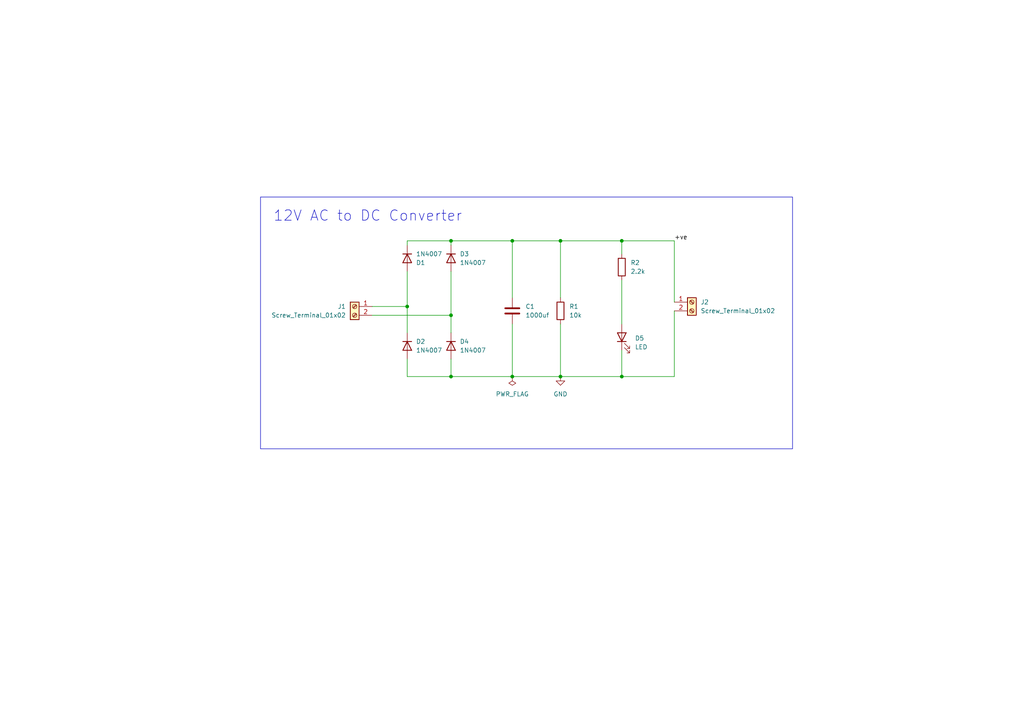
<source format=kicad_sch>
(kicad_sch
	(version 20231120)
	(generator "eeschema")
	(generator_version "8.0")
	(uuid "d4d3b2c8-2076-49e9-aa4f-76d3cec4104d")
	(paper "A4")
	(title_block
		(title "AC TO dc converter")
		(date "2026-02-01")
		(company "RCSSC")
	)
	(lib_symbols
		(symbol "Connector:Screw_Terminal_01x02"
			(pin_names
				(offset 1.016) hide)
			(exclude_from_sim no)
			(in_bom yes)
			(on_board yes)
			(property "Reference" "J"
				(at 0 2.54 0)
				(effects
					(font
						(size 1.27 1.27)
					)
				)
			)
			(property "Value" "Screw_Terminal_01x02"
				(at 0 -5.08 0)
				(effects
					(font
						(size 1.27 1.27)
					)
				)
			)
			(property "Footprint" ""
				(at 0 0 0)
				(effects
					(font
						(size 1.27 1.27)
					)
					(hide yes)
				)
			)
			(property "Datasheet" "~"
				(at 0 0 0)
				(effects
					(font
						(size 1.27 1.27)
					)
					(hide yes)
				)
			)
			(property "Description" "Generic screw terminal, single row, 01x02, script generated (kicad-library-utils/schlib/autogen/connector/)"
				(at 0 0 0)
				(effects
					(font
						(size 1.27 1.27)
					)
					(hide yes)
				)
			)
			(property "ki_keywords" "screw terminal"
				(at 0 0 0)
				(effects
					(font
						(size 1.27 1.27)
					)
					(hide yes)
				)
			)
			(property "ki_fp_filters" "TerminalBlock*:*"
				(at 0 0 0)
				(effects
					(font
						(size 1.27 1.27)
					)
					(hide yes)
				)
			)
			(symbol "Screw_Terminal_01x02_1_1"
				(rectangle
					(start -1.27 1.27)
					(end 1.27 -3.81)
					(stroke
						(width 0.254)
						(type default)
					)
					(fill
						(type background)
					)
				)
				(circle
					(center 0 -2.54)
					(radius 0.635)
					(stroke
						(width 0.1524)
						(type default)
					)
					(fill
						(type none)
					)
				)
				(polyline
					(pts
						(xy -0.5334 -2.2098) (xy 0.3302 -3.048)
					)
					(stroke
						(width 0.1524)
						(type default)
					)
					(fill
						(type none)
					)
				)
				(polyline
					(pts
						(xy -0.5334 0.3302) (xy 0.3302 -0.508)
					)
					(stroke
						(width 0.1524)
						(type default)
					)
					(fill
						(type none)
					)
				)
				(polyline
					(pts
						(xy -0.3556 -2.032) (xy 0.508 -2.8702)
					)
					(stroke
						(width 0.1524)
						(type default)
					)
					(fill
						(type none)
					)
				)
				(polyline
					(pts
						(xy -0.3556 0.508) (xy 0.508 -0.3302)
					)
					(stroke
						(width 0.1524)
						(type default)
					)
					(fill
						(type none)
					)
				)
				(circle
					(center 0 0)
					(radius 0.635)
					(stroke
						(width 0.1524)
						(type default)
					)
					(fill
						(type none)
					)
				)
				(pin passive line
					(at -5.08 0 0)
					(length 3.81)
					(name "Pin_1"
						(effects
							(font
								(size 1.27 1.27)
							)
						)
					)
					(number "1"
						(effects
							(font
								(size 1.27 1.27)
							)
						)
					)
				)
				(pin passive line
					(at -5.08 -2.54 0)
					(length 3.81)
					(name "Pin_2"
						(effects
							(font
								(size 1.27 1.27)
							)
						)
					)
					(number "2"
						(effects
							(font
								(size 1.27 1.27)
							)
						)
					)
				)
			)
		)
		(symbol "Device:C"
			(pin_numbers hide)
			(pin_names
				(offset 0.254)
			)
			(exclude_from_sim no)
			(in_bom yes)
			(on_board yes)
			(property "Reference" "C"
				(at 0.635 2.54 0)
				(effects
					(font
						(size 1.27 1.27)
					)
					(justify left)
				)
			)
			(property "Value" "C"
				(at 0.635 -2.54 0)
				(effects
					(font
						(size 1.27 1.27)
					)
					(justify left)
				)
			)
			(property "Footprint" ""
				(at 0.9652 -3.81 0)
				(effects
					(font
						(size 1.27 1.27)
					)
					(hide yes)
				)
			)
			(property "Datasheet" "~"
				(at 0 0 0)
				(effects
					(font
						(size 1.27 1.27)
					)
					(hide yes)
				)
			)
			(property "Description" "Unpolarized capacitor"
				(at 0 0 0)
				(effects
					(font
						(size 1.27 1.27)
					)
					(hide yes)
				)
			)
			(property "ki_keywords" "cap capacitor"
				(at 0 0 0)
				(effects
					(font
						(size 1.27 1.27)
					)
					(hide yes)
				)
			)
			(property "ki_fp_filters" "C_*"
				(at 0 0 0)
				(effects
					(font
						(size 1.27 1.27)
					)
					(hide yes)
				)
			)
			(symbol "C_0_1"
				(polyline
					(pts
						(xy -2.032 -0.762) (xy 2.032 -0.762)
					)
					(stroke
						(width 0.508)
						(type default)
					)
					(fill
						(type none)
					)
				)
				(polyline
					(pts
						(xy -2.032 0.762) (xy 2.032 0.762)
					)
					(stroke
						(width 0.508)
						(type default)
					)
					(fill
						(type none)
					)
				)
			)
			(symbol "C_1_1"
				(pin passive line
					(at 0 3.81 270)
					(length 2.794)
					(name "~"
						(effects
							(font
								(size 1.27 1.27)
							)
						)
					)
					(number "1"
						(effects
							(font
								(size 1.27 1.27)
							)
						)
					)
				)
				(pin passive line
					(at 0 -3.81 90)
					(length 2.794)
					(name "~"
						(effects
							(font
								(size 1.27 1.27)
							)
						)
					)
					(number "2"
						(effects
							(font
								(size 1.27 1.27)
							)
						)
					)
				)
			)
		)
		(symbol "Device:LED"
			(pin_numbers hide)
			(pin_names
				(offset 1.016) hide)
			(exclude_from_sim no)
			(in_bom yes)
			(on_board yes)
			(property "Reference" "D"
				(at 0 2.54 0)
				(effects
					(font
						(size 1.27 1.27)
					)
				)
			)
			(property "Value" "LED"
				(at 0 -2.54 0)
				(effects
					(font
						(size 1.27 1.27)
					)
				)
			)
			(property "Footprint" ""
				(at 0 0 0)
				(effects
					(font
						(size 1.27 1.27)
					)
					(hide yes)
				)
			)
			(property "Datasheet" "~"
				(at 0 0 0)
				(effects
					(font
						(size 1.27 1.27)
					)
					(hide yes)
				)
			)
			(property "Description" "Light emitting diode"
				(at 0 0 0)
				(effects
					(font
						(size 1.27 1.27)
					)
					(hide yes)
				)
			)
			(property "ki_keywords" "LED diode"
				(at 0 0 0)
				(effects
					(font
						(size 1.27 1.27)
					)
					(hide yes)
				)
			)
			(property "ki_fp_filters" "LED* LED_SMD:* LED_THT:*"
				(at 0 0 0)
				(effects
					(font
						(size 1.27 1.27)
					)
					(hide yes)
				)
			)
			(symbol "LED_0_1"
				(polyline
					(pts
						(xy -1.27 -1.27) (xy -1.27 1.27)
					)
					(stroke
						(width 0.254)
						(type default)
					)
					(fill
						(type none)
					)
				)
				(polyline
					(pts
						(xy -1.27 0) (xy 1.27 0)
					)
					(stroke
						(width 0)
						(type default)
					)
					(fill
						(type none)
					)
				)
				(polyline
					(pts
						(xy 1.27 -1.27) (xy 1.27 1.27) (xy -1.27 0) (xy 1.27 -1.27)
					)
					(stroke
						(width 0.254)
						(type default)
					)
					(fill
						(type none)
					)
				)
				(polyline
					(pts
						(xy -3.048 -0.762) (xy -4.572 -2.286) (xy -3.81 -2.286) (xy -4.572 -2.286) (xy -4.572 -1.524)
					)
					(stroke
						(width 0)
						(type default)
					)
					(fill
						(type none)
					)
				)
				(polyline
					(pts
						(xy -1.778 -0.762) (xy -3.302 -2.286) (xy -2.54 -2.286) (xy -3.302 -2.286) (xy -3.302 -1.524)
					)
					(stroke
						(width 0)
						(type default)
					)
					(fill
						(type none)
					)
				)
			)
			(symbol "LED_1_1"
				(pin passive line
					(at -3.81 0 0)
					(length 2.54)
					(name "K"
						(effects
							(font
								(size 1.27 1.27)
							)
						)
					)
					(number "1"
						(effects
							(font
								(size 1.27 1.27)
							)
						)
					)
				)
				(pin passive line
					(at 3.81 0 180)
					(length 2.54)
					(name "A"
						(effects
							(font
								(size 1.27 1.27)
							)
						)
					)
					(number "2"
						(effects
							(font
								(size 1.27 1.27)
							)
						)
					)
				)
			)
		)
		(symbol "Device:R"
			(pin_numbers hide)
			(pin_names
				(offset 0)
			)
			(exclude_from_sim no)
			(in_bom yes)
			(on_board yes)
			(property "Reference" "R"
				(at 2.032 0 90)
				(effects
					(font
						(size 1.27 1.27)
					)
				)
			)
			(property "Value" "R"
				(at 0 0 90)
				(effects
					(font
						(size 1.27 1.27)
					)
				)
			)
			(property "Footprint" ""
				(at -1.778 0 90)
				(effects
					(font
						(size 1.27 1.27)
					)
					(hide yes)
				)
			)
			(property "Datasheet" "~"
				(at 0 0 0)
				(effects
					(font
						(size 1.27 1.27)
					)
					(hide yes)
				)
			)
			(property "Description" "Resistor"
				(at 0 0 0)
				(effects
					(font
						(size 1.27 1.27)
					)
					(hide yes)
				)
			)
			(property "ki_keywords" "R res resistor"
				(at 0 0 0)
				(effects
					(font
						(size 1.27 1.27)
					)
					(hide yes)
				)
			)
			(property "ki_fp_filters" "R_*"
				(at 0 0 0)
				(effects
					(font
						(size 1.27 1.27)
					)
					(hide yes)
				)
			)
			(symbol "R_0_1"
				(rectangle
					(start -1.016 -2.54)
					(end 1.016 2.54)
					(stroke
						(width 0.254)
						(type default)
					)
					(fill
						(type none)
					)
				)
			)
			(symbol "R_1_1"
				(pin passive line
					(at 0 3.81 270)
					(length 1.27)
					(name "~"
						(effects
							(font
								(size 1.27 1.27)
							)
						)
					)
					(number "1"
						(effects
							(font
								(size 1.27 1.27)
							)
						)
					)
				)
				(pin passive line
					(at 0 -3.81 90)
					(length 1.27)
					(name "~"
						(effects
							(font
								(size 1.27 1.27)
							)
						)
					)
					(number "2"
						(effects
							(font
								(size 1.27 1.27)
							)
						)
					)
				)
			)
		)
		(symbol "Diode:1N4007"
			(pin_numbers hide)
			(pin_names hide)
			(exclude_from_sim no)
			(in_bom yes)
			(on_board yes)
			(property "Reference" "D"
				(at 0 2.54 0)
				(effects
					(font
						(size 1.27 1.27)
					)
				)
			)
			(property "Value" "1N4007"
				(at 0 -2.54 0)
				(effects
					(font
						(size 1.27 1.27)
					)
				)
			)
			(property "Footprint" "Diode_THT:D_DO-41_SOD81_P10.16mm_Horizontal"
				(at 0 -4.445 0)
				(effects
					(font
						(size 1.27 1.27)
					)
					(hide yes)
				)
			)
			(property "Datasheet" "http://www.vishay.com/docs/88503/1n4001.pdf"
				(at 0 0 0)
				(effects
					(font
						(size 1.27 1.27)
					)
					(hide yes)
				)
			)
			(property "Description" "1000V 1A General Purpose Rectifier Diode, DO-41"
				(at 0 0 0)
				(effects
					(font
						(size 1.27 1.27)
					)
					(hide yes)
				)
			)
			(property "Sim.Device" "D"
				(at 0 0 0)
				(effects
					(font
						(size 1.27 1.27)
					)
					(hide yes)
				)
			)
			(property "Sim.Pins" "1=K 2=A"
				(at 0 0 0)
				(effects
					(font
						(size 1.27 1.27)
					)
					(hide yes)
				)
			)
			(property "ki_keywords" "diode"
				(at 0 0 0)
				(effects
					(font
						(size 1.27 1.27)
					)
					(hide yes)
				)
			)
			(property "ki_fp_filters" "D*DO?41*"
				(at 0 0 0)
				(effects
					(font
						(size 1.27 1.27)
					)
					(hide yes)
				)
			)
			(symbol "1N4007_0_1"
				(polyline
					(pts
						(xy -1.27 1.27) (xy -1.27 -1.27)
					)
					(stroke
						(width 0.254)
						(type default)
					)
					(fill
						(type none)
					)
				)
				(polyline
					(pts
						(xy 1.27 0) (xy -1.27 0)
					)
					(stroke
						(width 0)
						(type default)
					)
					(fill
						(type none)
					)
				)
				(polyline
					(pts
						(xy 1.27 1.27) (xy 1.27 -1.27) (xy -1.27 0) (xy 1.27 1.27)
					)
					(stroke
						(width 0.254)
						(type default)
					)
					(fill
						(type none)
					)
				)
			)
			(symbol "1N4007_1_1"
				(pin passive line
					(at -3.81 0 0)
					(length 2.54)
					(name "K"
						(effects
							(font
								(size 1.27 1.27)
							)
						)
					)
					(number "1"
						(effects
							(font
								(size 1.27 1.27)
							)
						)
					)
				)
				(pin passive line
					(at 3.81 0 180)
					(length 2.54)
					(name "A"
						(effects
							(font
								(size 1.27 1.27)
							)
						)
					)
					(number "2"
						(effects
							(font
								(size 1.27 1.27)
							)
						)
					)
				)
			)
		)
		(symbol "power:GND"
			(power)
			(pin_numbers hide)
			(pin_names
				(offset 0) hide)
			(exclude_from_sim no)
			(in_bom yes)
			(on_board yes)
			(property "Reference" "#PWR"
				(at 0 -6.35 0)
				(effects
					(font
						(size 1.27 1.27)
					)
					(hide yes)
				)
			)
			(property "Value" "GND"
				(at 0 -3.81 0)
				(effects
					(font
						(size 1.27 1.27)
					)
				)
			)
			(property "Footprint" ""
				(at 0 0 0)
				(effects
					(font
						(size 1.27 1.27)
					)
					(hide yes)
				)
			)
			(property "Datasheet" ""
				(at 0 0 0)
				(effects
					(font
						(size 1.27 1.27)
					)
					(hide yes)
				)
			)
			(property "Description" "Power symbol creates a global label with name \"GND\" , ground"
				(at 0 0 0)
				(effects
					(font
						(size 1.27 1.27)
					)
					(hide yes)
				)
			)
			(property "ki_keywords" "global power"
				(at 0 0 0)
				(effects
					(font
						(size 1.27 1.27)
					)
					(hide yes)
				)
			)
			(symbol "GND_0_1"
				(polyline
					(pts
						(xy 0 0) (xy 0 -1.27) (xy 1.27 -1.27) (xy 0 -2.54) (xy -1.27 -1.27) (xy 0 -1.27)
					)
					(stroke
						(width 0)
						(type default)
					)
					(fill
						(type none)
					)
				)
			)
			(symbol "GND_1_1"
				(pin power_in line
					(at 0 0 270)
					(length 0)
					(name "~"
						(effects
							(font
								(size 1.27 1.27)
							)
						)
					)
					(number "1"
						(effects
							(font
								(size 1.27 1.27)
							)
						)
					)
				)
			)
		)
		(symbol "power:PWR_FLAG"
			(power)
			(pin_numbers hide)
			(pin_names
				(offset 0) hide)
			(exclude_from_sim no)
			(in_bom yes)
			(on_board yes)
			(property "Reference" "#FLG"
				(at 0 1.905 0)
				(effects
					(font
						(size 1.27 1.27)
					)
					(hide yes)
				)
			)
			(property "Value" "PWR_FLAG"
				(at 0 3.81 0)
				(effects
					(font
						(size 1.27 1.27)
					)
				)
			)
			(property "Footprint" ""
				(at 0 0 0)
				(effects
					(font
						(size 1.27 1.27)
					)
					(hide yes)
				)
			)
			(property "Datasheet" "~"
				(at 0 0 0)
				(effects
					(font
						(size 1.27 1.27)
					)
					(hide yes)
				)
			)
			(property "Description" "Special symbol for telling ERC where power comes from"
				(at 0 0 0)
				(effects
					(font
						(size 1.27 1.27)
					)
					(hide yes)
				)
			)
			(property "ki_keywords" "flag power"
				(at 0 0 0)
				(effects
					(font
						(size 1.27 1.27)
					)
					(hide yes)
				)
			)
			(symbol "PWR_FLAG_0_0"
				(pin power_out line
					(at 0 0 90)
					(length 0)
					(name "~"
						(effects
							(font
								(size 1.27 1.27)
							)
						)
					)
					(number "1"
						(effects
							(font
								(size 1.27 1.27)
							)
						)
					)
				)
			)
			(symbol "PWR_FLAG_0_1"
				(polyline
					(pts
						(xy 0 0) (xy 0 1.27) (xy -1.016 1.905) (xy 0 2.54) (xy 1.016 1.905) (xy 0 1.27)
					)
					(stroke
						(width 0)
						(type default)
					)
					(fill
						(type none)
					)
				)
			)
		)
	)
	(junction
		(at 130.81 91.44)
		(diameter 0)
		(color 0 0 0 0)
		(uuid "11291ce4-248f-4878-b0ab-70e7abc89129")
	)
	(junction
		(at 162.56 69.85)
		(diameter 0)
		(color 0 0 0 0)
		(uuid "1135d67b-5004-4e4f-83ba-033ad0f1e8fe")
	)
	(junction
		(at 180.34 109.22)
		(diameter 0)
		(color 0 0 0 0)
		(uuid "1365b290-c28a-49c1-a4c4-c1a88195efe0")
	)
	(junction
		(at 118.11 88.9)
		(diameter 0)
		(color 0 0 0 0)
		(uuid "2c8e3ff3-baf0-43d9-9b6c-180281f4af5f")
	)
	(junction
		(at 180.34 69.85)
		(diameter 0)
		(color 0 0 0 0)
		(uuid "94632ea8-3f23-4dd3-a1a2-947835c04507")
	)
	(junction
		(at 162.56 109.22)
		(diameter 0)
		(color 0 0 0 0)
		(uuid "a48f42b3-5f17-4e1c-a66d-9c541c4c69fd")
	)
	(junction
		(at 130.81 109.22)
		(diameter 0)
		(color 0 0 0 0)
		(uuid "abee6ddd-359c-4e57-aac9-6812ec6b286b")
	)
	(junction
		(at 148.59 69.85)
		(diameter 0)
		(color 0 0 0 0)
		(uuid "af0802be-410c-4053-844f-4f57556f5308")
	)
	(junction
		(at 130.81 69.85)
		(diameter 0)
		(color 0 0 0 0)
		(uuid "b5db13b2-2815-4fc1-b2b7-e0e0cf48b53c")
	)
	(junction
		(at 148.59 109.22)
		(diameter 0)
		(color 0 0 0 0)
		(uuid "da62c020-681a-4186-be7e-3022adf340a1")
	)
	(wire
		(pts
			(xy 148.59 86.36) (xy 148.59 69.85)
		)
		(stroke
			(width 0)
			(type default)
		)
		(uuid "05879c2c-10d9-48d5-ac64-9c67781e5fbf")
	)
	(wire
		(pts
			(xy 130.81 78.74) (xy 130.81 91.44)
		)
		(stroke
			(width 0)
			(type default)
		)
		(uuid "089859cf-a4d7-43d6-8c97-de45aa500da9")
	)
	(wire
		(pts
			(xy 148.59 109.22) (xy 130.81 109.22)
		)
		(stroke
			(width 0)
			(type default)
		)
		(uuid "0f5d9541-996d-4537-abb2-f30e3e0343d1")
	)
	(wire
		(pts
			(xy 148.59 93.98) (xy 148.59 109.22)
		)
		(stroke
			(width 0)
			(type default)
		)
		(uuid "0f5f90c5-8523-4c82-b4a4-d8b01fc2e5c7")
	)
	(wire
		(pts
			(xy 180.34 73.66) (xy 180.34 69.85)
		)
		(stroke
			(width 0)
			(type default)
		)
		(uuid "13c17937-578b-41f0-a20f-2254cc5940c3")
	)
	(wire
		(pts
			(xy 130.81 69.85) (xy 130.81 71.12)
		)
		(stroke
			(width 0)
			(type default)
		)
		(uuid "17545b10-3c4d-4813-9a32-5a946c961752")
	)
	(wire
		(pts
			(xy 130.81 109.22) (xy 130.81 104.14)
		)
		(stroke
			(width 0)
			(type default)
		)
		(uuid "20dc8721-aa64-4a66-b74c-d7529ad12dde")
	)
	(wire
		(pts
			(xy 118.11 104.14) (xy 118.11 109.22)
		)
		(stroke
			(width 0)
			(type default)
		)
		(uuid "28823d5b-865f-469a-88e0-420db7935a0f")
	)
	(wire
		(pts
			(xy 148.59 69.85) (xy 130.81 69.85)
		)
		(stroke
			(width 0)
			(type default)
		)
		(uuid "3a3199a2-7118-415f-a81d-8dad4e6be355")
	)
	(wire
		(pts
			(xy 118.11 71.12) (xy 118.11 69.85)
		)
		(stroke
			(width 0)
			(type default)
		)
		(uuid "422a0e95-ac65-45a5-ade6-c098295ee774")
	)
	(wire
		(pts
			(xy 118.11 69.85) (xy 130.81 69.85)
		)
		(stroke
			(width 0)
			(type default)
		)
		(uuid "45457b2a-f744-4ff8-99b3-359c8fe5ec1d")
	)
	(wire
		(pts
			(xy 195.58 87.63) (xy 195.58 69.85)
		)
		(stroke
			(width 0)
			(type default)
		)
		(uuid "462dadc6-06f5-4dc4-a0c7-9bb5a97c354d")
	)
	(wire
		(pts
			(xy 118.11 78.74) (xy 118.11 88.9)
		)
		(stroke
			(width 0)
			(type default)
		)
		(uuid "4943cb27-1f46-4bda-8730-b852fed65023")
	)
	(wire
		(pts
			(xy 107.95 91.44) (xy 130.81 91.44)
		)
		(stroke
			(width 0)
			(type default)
		)
		(uuid "52c37bc8-86f7-42f8-bb4d-379d4f6b9959")
	)
	(wire
		(pts
			(xy 118.11 109.22) (xy 130.81 109.22)
		)
		(stroke
			(width 0)
			(type default)
		)
		(uuid "60897553-77e4-437d-9c5d-3959dd5cd767")
	)
	(wire
		(pts
			(xy 180.34 81.28) (xy 180.34 93.98)
		)
		(stroke
			(width 0)
			(type default)
		)
		(uuid "60acf155-1c1a-4448-ab4d-6ccc6ce709e3")
	)
	(wire
		(pts
			(xy 195.58 69.85) (xy 180.34 69.85)
		)
		(stroke
			(width 0)
			(type default)
		)
		(uuid "6610e7bf-f452-4a35-a71d-a86cab4fa88f")
	)
	(wire
		(pts
			(xy 162.56 93.98) (xy 162.56 109.22)
		)
		(stroke
			(width 0)
			(type default)
		)
		(uuid "6b82ef54-9391-41e5-833f-b83dd973aa8d")
	)
	(wire
		(pts
			(xy 130.81 91.44) (xy 130.81 96.52)
		)
		(stroke
			(width 0)
			(type default)
		)
		(uuid "8886b6de-d259-4e82-a9b9-d62cbd533806")
	)
	(wire
		(pts
			(xy 180.34 109.22) (xy 162.56 109.22)
		)
		(stroke
			(width 0)
			(type default)
		)
		(uuid "894d918a-095c-4d4d-9b47-2d795a4a1c52")
	)
	(wire
		(pts
			(xy 195.58 109.22) (xy 180.34 109.22)
		)
		(stroke
			(width 0)
			(type default)
		)
		(uuid "9a1e21eb-2db6-4dfd-9d4c-b6d0143de641")
	)
	(wire
		(pts
			(xy 118.11 88.9) (xy 118.11 96.52)
		)
		(stroke
			(width 0)
			(type default)
		)
		(uuid "9b630246-95d4-459f-b808-a10d365029f5")
	)
	(wire
		(pts
			(xy 162.56 69.85) (xy 148.59 69.85)
		)
		(stroke
			(width 0)
			(type default)
		)
		(uuid "a474f38e-d652-40bf-aea7-9d8f47bdbbe1")
	)
	(wire
		(pts
			(xy 148.59 109.22) (xy 162.56 109.22)
		)
		(stroke
			(width 0)
			(type default)
		)
		(uuid "a911d48e-dea3-4458-a9be-e50e592e67d3")
	)
	(wire
		(pts
			(xy 180.34 69.85) (xy 162.56 69.85)
		)
		(stroke
			(width 0)
			(type default)
		)
		(uuid "baa32085-f87f-46bd-bd91-24ec9c92d68c")
	)
	(wire
		(pts
			(xy 162.56 86.36) (xy 162.56 69.85)
		)
		(stroke
			(width 0)
			(type default)
		)
		(uuid "bae16811-4891-4c3f-9f1c-c70b197064aa")
	)
	(wire
		(pts
			(xy 195.58 90.17) (xy 195.58 109.22)
		)
		(stroke
			(width 0)
			(type default)
		)
		(uuid "bdee3ba0-f0a0-498a-9c2a-3265bbef3c3e")
	)
	(wire
		(pts
			(xy 180.34 101.6) (xy 180.34 109.22)
		)
		(stroke
			(width 0)
			(type default)
		)
		(uuid "cf4ec022-e9ee-44c5-8f9c-ef9b37336d11")
	)
	(wire
		(pts
			(xy 107.95 88.9) (xy 118.11 88.9)
		)
		(stroke
			(width 0)
			(type default)
		)
		(uuid "ec44b5c4-1433-41e9-b82a-b71d471999f2")
	)
	(rectangle
		(start 75.565 57.15)
		(end 229.87 130.175)
		(stroke
			(width 0)
			(type default)
		)
		(fill
			(type none)
		)
		(uuid c6c8f42b-7c95-47d3-8066-2cc54920f278)
	)
	(text "12V AC to DC Converter"
		(exclude_from_sim no)
		(at 106.68 62.738 0)
		(effects
			(font
				(size 3 3)
			)
		)
		(uuid "bdd26172-a9d5-4dda-a1c0-41e60c1c3e37")
	)
	(label "+ve"
		(at 195.58 69.85 0)
		(effects
			(font
				(size 1.27 1.27)
			)
			(justify left bottom)
		)
		(uuid "d933e282-9e8f-4101-995f-3089797da633")
	)
	(symbol
		(lib_id "Connector:Screw_Terminal_01x02")
		(at 200.66 87.63 0)
		(unit 1)
		(exclude_from_sim no)
		(in_bom yes)
		(on_board yes)
		(dnp no)
		(fields_autoplaced yes)
		(uuid "0f7da347-dce5-4af7-b916-d677fb7f7e32")
		(property "Reference" "J2"
			(at 203.2 87.6299 0)
			(effects
				(font
					(size 1.27 1.27)
				)
				(justify left)
			)
		)
		(property "Value" "Screw_Terminal_01x02"
			(at 203.2 90.1699 0)
			(effects
				(font
					(size 1.27 1.27)
				)
				(justify left)
			)
		)
		(property "Footprint" "TerminalBlock_Phoenix:TerminalBlock_Phoenix_MKDS-1,5-2-5.08_1x02_P5.08mm_Horizontal"
			(at 200.66 87.63 0)
			(effects
				(font
					(size 1.27 1.27)
				)
				(hide yes)
			)
		)
		(property "Datasheet" "~"
			(at 200.66 87.63 0)
			(effects
				(font
					(size 1.27 1.27)
				)
				(hide yes)
			)
		)
		(property "Description" "Generic screw terminal, single row, 01x02, script generated (kicad-library-utils/schlib/autogen/connector/)"
			(at 200.66 87.63 0)
			(effects
				(font
					(size 1.27 1.27)
				)
				(hide yes)
			)
		)
		(pin "1"
			(uuid "63b6b4af-8457-4490-8777-a700dc6295a5")
		)
		(pin "2"
			(uuid "d1ff4710-0870-46c8-823a-9b3b477423ae")
		)
		(instances
			(project ""
				(path "/d4d3b2c8-2076-49e9-aa4f-76d3cec4104d"
					(reference "J2")
					(unit 1)
				)
			)
		)
	)
	(symbol
		(lib_id "Connector:Screw_Terminal_01x02")
		(at 102.87 88.9 0)
		(mirror y)
		(unit 1)
		(exclude_from_sim no)
		(in_bom yes)
		(on_board yes)
		(dnp no)
		(uuid "2d1c72ca-70ec-4a3f-b329-e657e93ea222")
		(property "Reference" "J1"
			(at 100.33 88.8999 0)
			(effects
				(font
					(size 1.27 1.27)
				)
				(justify left)
			)
		)
		(property "Value" "Screw_Terminal_01x02"
			(at 100.33 91.4399 0)
			(effects
				(font
					(size 1.27 1.27)
				)
				(justify left)
			)
		)
		(property "Footprint" "TerminalBlock_Phoenix:TerminalBlock_Phoenix_MKDS-1,5-2-5.08_1x02_P5.08mm_Horizontal"
			(at 102.87 88.9 0)
			(effects
				(font
					(size 1.27 1.27)
				)
				(hide yes)
			)
		)
		(property "Datasheet" "~"
			(at 102.87 88.9 0)
			(effects
				(font
					(size 1.27 1.27)
				)
				(hide yes)
			)
		)
		(property "Description" "Generic screw terminal, single row, 01x02, script generated (kicad-library-utils/schlib/autogen/connector/)"
			(at 102.87 88.9 0)
			(effects
				(font
					(size 1.27 1.27)
				)
				(hide yes)
			)
		)
		(pin "1"
			(uuid "f136b4fe-30ba-4712-8459-685ab9c1b44c")
		)
		(pin "2"
			(uuid "337e56b1-9f7c-4cbf-9e36-24f742470f5c")
		)
		(instances
			(project ""
				(path "/d4d3b2c8-2076-49e9-aa4f-76d3cec4104d"
					(reference "J1")
					(unit 1)
				)
			)
		)
	)
	(symbol
		(lib_id "Device:R")
		(at 180.34 77.47 0)
		(unit 1)
		(exclude_from_sim no)
		(in_bom yes)
		(on_board yes)
		(dnp no)
		(fields_autoplaced yes)
		(uuid "3e339ac0-326a-4812-a6f5-b571616e05ea")
		(property "Reference" "R2"
			(at 182.88 76.1999 0)
			(effects
				(font
					(size 1.27 1.27)
				)
				(justify left)
			)
		)
		(property "Value" "2.2k"
			(at 182.88 78.7399 0)
			(effects
				(font
					(size 1.27 1.27)
				)
				(justify left)
			)
		)
		(property "Footprint" "Resistor_THT:R_Axial_DIN0207_L6.3mm_D2.5mm_P15.24mm_Horizontal"
			(at 178.562 77.47 90)
			(effects
				(font
					(size 1.27 1.27)
				)
				(hide yes)
			)
		)
		(property "Datasheet" "~"
			(at 180.34 77.47 0)
			(effects
				(font
					(size 1.27 1.27)
				)
				(hide yes)
			)
		)
		(property "Description" "Resistor"
			(at 180.34 77.47 0)
			(effects
				(font
					(size 1.27 1.27)
				)
				(hide yes)
			)
		)
		(pin "2"
			(uuid "57554af8-704d-4a4a-896f-57c04a83794f")
		)
		(pin "1"
			(uuid "cf88930c-443b-4166-a52e-c31911daaa09")
		)
		(instances
			(project ""
				(path "/d4d3b2c8-2076-49e9-aa4f-76d3cec4104d"
					(reference "R2")
					(unit 1)
				)
			)
		)
	)
	(symbol
		(lib_id "Diode:1N4007")
		(at 130.81 100.33 270)
		(unit 1)
		(exclude_from_sim no)
		(in_bom yes)
		(on_board yes)
		(dnp no)
		(fields_autoplaced yes)
		(uuid "4ade86ef-d405-47f9-9ab9-897438db8f1d")
		(property "Reference" "D4"
			(at 133.35 99.0599 90)
			(effects
				(font
					(size 1.27 1.27)
				)
				(justify left)
			)
		)
		(property "Value" "1N4007"
			(at 133.35 101.5999 90)
			(effects
				(font
					(size 1.27 1.27)
				)
				(justify left)
			)
		)
		(property "Footprint" "Diode_THT:D_DO-41_SOD81_P10.16mm_Horizontal"
			(at 126.365 100.33 0)
			(effects
				(font
					(size 1.27 1.27)
				)
				(hide yes)
			)
		)
		(property "Datasheet" "http://www.vishay.com/docs/88503/1n4001.pdf"
			(at 130.81 100.33 0)
			(effects
				(font
					(size 1.27 1.27)
				)
				(hide yes)
			)
		)
		(property "Description" "1000V 1A General Purpose Rectifier Diode, DO-41"
			(at 130.81 100.33 0)
			(effects
				(font
					(size 1.27 1.27)
				)
				(hide yes)
			)
		)
		(property "Sim.Device" "D"
			(at 130.81 100.33 0)
			(effects
				(font
					(size 1.27 1.27)
				)
				(hide yes)
			)
		)
		(property "Sim.Pins" "1=K 2=A"
			(at 130.81 100.33 0)
			(effects
				(font
					(size 1.27 1.27)
				)
				(hide yes)
			)
		)
		(pin "2"
			(uuid "0c8b9375-07de-4aa4-9d2e-099f2a1cf422")
		)
		(pin "1"
			(uuid "93b278b2-b323-4102-b2b2-6b76c24afb21")
		)
		(instances
			(project "AC_to_DC_Converter"
				(path "/d4d3b2c8-2076-49e9-aa4f-76d3cec4104d"
					(reference "D4")
					(unit 1)
				)
			)
		)
	)
	(symbol
		(lib_id "Device:LED")
		(at 180.34 97.79 90)
		(unit 1)
		(exclude_from_sim no)
		(in_bom yes)
		(on_board yes)
		(dnp no)
		(fields_autoplaced yes)
		(uuid "52eb53dc-a998-4627-aba2-b14a7b783d4c")
		(property "Reference" "D5"
			(at 184.15 98.1074 90)
			(effects
				(font
					(size 1.27 1.27)
				)
				(justify right)
			)
		)
		(property "Value" "LED"
			(at 184.15 100.6474 90)
			(effects
				(font
					(size 1.27 1.27)
				)
				(justify right)
			)
		)
		(property "Footprint" "LED_THT:LED_D5.0mm"
			(at 180.34 97.79 0)
			(effects
				(font
					(size 1.27 1.27)
				)
				(hide yes)
			)
		)
		(property "Datasheet" "~"
			(at 180.34 97.79 0)
			(effects
				(font
					(size 1.27 1.27)
				)
				(hide yes)
			)
		)
		(property "Description" "Light emitting diode"
			(at 180.34 97.79 0)
			(effects
				(font
					(size 1.27 1.27)
				)
				(hide yes)
			)
		)
		(pin "2"
			(uuid "9ca92d76-ac7d-4245-a2c8-3ab0c2f730b0")
		)
		(pin "1"
			(uuid "550e695c-b28a-4eba-96e4-b4bb2374489a")
		)
		(instances
			(project ""
				(path "/d4d3b2c8-2076-49e9-aa4f-76d3cec4104d"
					(reference "D5")
					(unit 1)
				)
			)
		)
	)
	(symbol
		(lib_id "power:PWR_FLAG")
		(at 148.59 109.22 180)
		(unit 1)
		(exclude_from_sim no)
		(in_bom yes)
		(on_board yes)
		(dnp no)
		(fields_autoplaced yes)
		(uuid "7e560467-590c-4138-9cd0-2c80fd6f5b62")
		(property "Reference" "#FLG01"
			(at 148.59 111.125 0)
			(effects
				(font
					(size 1.27 1.27)
				)
				(hide yes)
			)
		)
		(property "Value" "PWR_FLAG"
			(at 148.59 114.3 0)
			(effects
				(font
					(size 1.27 1.27)
				)
			)
		)
		(property "Footprint" ""
			(at 148.59 109.22 0)
			(effects
				(font
					(size 1.27 1.27)
				)
				(hide yes)
			)
		)
		(property "Datasheet" "~"
			(at 148.59 109.22 0)
			(effects
				(font
					(size 1.27 1.27)
				)
				(hide yes)
			)
		)
		(property "Description" "Special symbol for telling ERC where power comes from"
			(at 148.59 109.22 0)
			(effects
				(font
					(size 1.27 1.27)
				)
				(hide yes)
			)
		)
		(pin "1"
			(uuid "2743b317-f8da-47e7-a75a-465b1d028ef5")
		)
		(instances
			(project ""
				(path "/d4d3b2c8-2076-49e9-aa4f-76d3cec4104d"
					(reference "#FLG01")
					(unit 1)
				)
			)
		)
	)
	(symbol
		(lib_id "Device:C")
		(at 148.59 90.17 0)
		(unit 1)
		(exclude_from_sim no)
		(in_bom yes)
		(on_board yes)
		(dnp no)
		(fields_autoplaced yes)
		(uuid "80009002-ed9e-42f9-90f0-bb5458a89ddf")
		(property "Reference" "C1"
			(at 152.4 88.8999 0)
			(effects
				(font
					(size 1.27 1.27)
				)
				(justify left)
			)
		)
		(property "Value" "1000uf"
			(at 152.4 91.4399 0)
			(effects
				(font
					(size 1.27 1.27)
				)
				(justify left)
			)
		)
		(property "Footprint" "Capacitor_THT:C_Radial_D8.0mm_H11.5mm_P3.50mm"
			(at 149.5552 93.98 0)
			(effects
				(font
					(size 1.27 1.27)
				)
				(hide yes)
			)
		)
		(property "Datasheet" "~"
			(at 148.59 90.17 0)
			(effects
				(font
					(size 1.27 1.27)
				)
				(hide yes)
			)
		)
		(property "Description" "Unpolarized capacitor"
			(at 148.59 90.17 0)
			(effects
				(font
					(size 1.27 1.27)
				)
				(hide yes)
			)
		)
		(pin "2"
			(uuid "1fd1f5f4-36f3-4b65-8dfe-7d74cc9a25b4")
		)
		(pin "1"
			(uuid "abb97db4-49f5-4dc9-98a9-f43917b18e47")
		)
		(instances
			(project ""
				(path "/d4d3b2c8-2076-49e9-aa4f-76d3cec4104d"
					(reference "C1")
					(unit 1)
				)
			)
		)
	)
	(symbol
		(lib_id "Diode:1N4007")
		(at 130.81 74.93 270)
		(unit 1)
		(exclude_from_sim no)
		(in_bom yes)
		(on_board yes)
		(dnp no)
		(fields_autoplaced yes)
		(uuid "856dbbde-75bd-46b1-a44f-94ea04c21257")
		(property "Reference" "D3"
			(at 133.35 73.6599 90)
			(effects
				(font
					(size 1.27 1.27)
				)
				(justify left)
			)
		)
		(property "Value" "1N4007"
			(at 133.35 76.1999 90)
			(effects
				(font
					(size 1.27 1.27)
				)
				(justify left)
			)
		)
		(property "Footprint" "Diode_THT:D_DO-41_SOD81_P10.16mm_Horizontal"
			(at 126.365 74.93 0)
			(effects
				(font
					(size 1.27 1.27)
				)
				(hide yes)
			)
		)
		(property "Datasheet" "http://www.vishay.com/docs/88503/1n4001.pdf"
			(at 130.81 74.93 0)
			(effects
				(font
					(size 1.27 1.27)
				)
				(hide yes)
			)
		)
		(property "Description" "1000V 1A General Purpose Rectifier Diode, DO-41"
			(at 130.81 74.93 0)
			(effects
				(font
					(size 1.27 1.27)
				)
				(hide yes)
			)
		)
		(property "Sim.Device" "D"
			(at 130.81 74.93 0)
			(effects
				(font
					(size 1.27 1.27)
				)
				(hide yes)
			)
		)
		(property "Sim.Pins" "1=K 2=A"
			(at 130.81 74.93 0)
			(effects
				(font
					(size 1.27 1.27)
				)
				(hide yes)
			)
		)
		(pin "2"
			(uuid "927a4ea3-be71-4f61-9a21-c59814a8c005")
		)
		(pin "1"
			(uuid "66c8c555-eaae-42f0-bd71-3e2d9a67210a")
		)
		(instances
			(project "AC_to_DC_Converter"
				(path "/d4d3b2c8-2076-49e9-aa4f-76d3cec4104d"
					(reference "D3")
					(unit 1)
				)
			)
		)
	)
	(symbol
		(lib_id "power:GND")
		(at 162.56 109.22 0)
		(unit 1)
		(exclude_from_sim no)
		(in_bom yes)
		(on_board yes)
		(dnp no)
		(fields_autoplaced yes)
		(uuid "92216690-0d7e-43af-bec8-591ebba40560")
		(property "Reference" "#PWR01"
			(at 162.56 115.57 0)
			(effects
				(font
					(size 1.27 1.27)
				)
				(hide yes)
			)
		)
		(property "Value" "GND"
			(at 162.56 114.3 0)
			(effects
				(font
					(size 1.27 1.27)
				)
			)
		)
		(property "Footprint" ""
			(at 162.56 109.22 0)
			(effects
				(font
					(size 1.27 1.27)
				)
				(hide yes)
			)
		)
		(property "Datasheet" ""
			(at 162.56 109.22 0)
			(effects
				(font
					(size 1.27 1.27)
				)
				(hide yes)
			)
		)
		(property "Description" "Power symbol creates a global label with name \"GND\" , ground"
			(at 162.56 109.22 0)
			(effects
				(font
					(size 1.27 1.27)
				)
				(hide yes)
			)
		)
		(pin "1"
			(uuid "3a344035-bee0-40a2-b1d1-d2a71be6c1c2")
		)
		(instances
			(project ""
				(path "/d4d3b2c8-2076-49e9-aa4f-76d3cec4104d"
					(reference "#PWR01")
					(unit 1)
				)
			)
		)
	)
	(symbol
		(lib_id "Diode:1N4007")
		(at 118.11 74.93 90)
		(mirror x)
		(unit 1)
		(exclude_from_sim no)
		(in_bom yes)
		(on_board yes)
		(dnp no)
		(uuid "ad7ceec6-0f59-4e61-9b7a-0e06a024b80c")
		(property "Reference" "D1"
			(at 120.65 76.2001 90)
			(effects
				(font
					(size 1.27 1.27)
				)
				(justify right)
			)
		)
		(property "Value" "1N4007"
			(at 120.65 73.6601 90)
			(effects
				(font
					(size 1.27 1.27)
				)
				(justify right)
			)
		)
		(property "Footprint" "Diode_THT:D_DO-41_SOD81_P10.16mm_Horizontal"
			(at 122.555 74.93 0)
			(effects
				(font
					(size 1.27 1.27)
				)
				(hide yes)
			)
		)
		(property "Datasheet" "http://www.vishay.com/docs/88503/1n4001.pdf"
			(at 118.11 74.93 0)
			(effects
				(font
					(size 1.27 1.27)
				)
				(hide yes)
			)
		)
		(property "Description" "1000V 1A General Purpose Rectifier Diode, DO-41"
			(at 118.11 74.93 0)
			(effects
				(font
					(size 1.27 1.27)
				)
				(hide yes)
			)
		)
		(property "Sim.Device" "D"
			(at 118.11 74.93 0)
			(effects
				(font
					(size 1.27 1.27)
				)
				(hide yes)
			)
		)
		(property "Sim.Pins" "1=K 2=A"
			(at 118.11 74.93 0)
			(effects
				(font
					(size 1.27 1.27)
				)
				(hide yes)
			)
		)
		(pin "2"
			(uuid "a1472610-c311-4527-b31d-8d18b26b6489")
		)
		(pin "1"
			(uuid "6ba99948-affd-4714-a018-49bbdbc0ae0d")
		)
		(instances
			(project ""
				(path "/d4d3b2c8-2076-49e9-aa4f-76d3cec4104d"
					(reference "D1")
					(unit 1)
				)
			)
		)
	)
	(symbol
		(lib_id "Diode:1N4007")
		(at 118.11 100.33 270)
		(unit 1)
		(exclude_from_sim no)
		(in_bom yes)
		(on_board yes)
		(dnp no)
		(fields_autoplaced yes)
		(uuid "bcd7fdb2-761c-4de9-aad2-1f3d28341176")
		(property "Reference" "D2"
			(at 120.65 99.0599 90)
			(effects
				(font
					(size 1.27 1.27)
				)
				(justify left)
			)
		)
		(property "Value" "1N4007"
			(at 120.65 101.5999 90)
			(effects
				(font
					(size 1.27 1.27)
				)
				(justify left)
			)
		)
		(property "Footprint" "Diode_THT:D_DO-41_SOD81_P10.16mm_Horizontal"
			(at 113.665 100.33 0)
			(effects
				(font
					(size 1.27 1.27)
				)
				(hide yes)
			)
		)
		(property "Datasheet" "http://www.vishay.com/docs/88503/1n4001.pdf"
			(at 118.11 100.33 0)
			(effects
				(font
					(size 1.27 1.27)
				)
				(hide yes)
			)
		)
		(property "Description" "1000V 1A General Purpose Rectifier Diode, DO-41"
			(at 118.11 100.33 0)
			(effects
				(font
					(size 1.27 1.27)
				)
				(hide yes)
			)
		)
		(property "Sim.Device" "D"
			(at 118.11 100.33 0)
			(effects
				(font
					(size 1.27 1.27)
				)
				(hide yes)
			)
		)
		(property "Sim.Pins" "1=K 2=A"
			(at 118.11 100.33 0)
			(effects
				(font
					(size 1.27 1.27)
				)
				(hide yes)
			)
		)
		(pin "2"
			(uuid "51a45196-e2da-45e0-8f8c-3f3ab4eb08ad")
		)
		(pin "1"
			(uuid "7fef0a8a-3fb5-47a7-ade7-cd6bbcf37497")
		)
		(instances
			(project "AC_to_DC_Converter"
				(path "/d4d3b2c8-2076-49e9-aa4f-76d3cec4104d"
					(reference "D2")
					(unit 1)
				)
			)
		)
	)
	(symbol
		(lib_id "Device:R")
		(at 162.56 90.17 0)
		(unit 1)
		(exclude_from_sim no)
		(in_bom yes)
		(on_board yes)
		(dnp no)
		(fields_autoplaced yes)
		(uuid "f02a5271-2218-413b-96fc-1d25b253e1ea")
		(property "Reference" "R1"
			(at 165.1 88.8999 0)
			(effects
				(font
					(size 1.27 1.27)
				)
				(justify left)
			)
		)
		(property "Value" "10k"
			(at 165.1 91.4399 0)
			(effects
				(font
					(size 1.27 1.27)
				)
				(justify left)
			)
		)
		(property "Footprint" "Resistor_THT:R_Axial_DIN0207_L6.3mm_D2.5mm_P15.24mm_Horizontal"
			(at 160.782 90.17 90)
			(effects
				(font
					(size 1.27 1.27)
				)
				(hide yes)
			)
		)
		(property "Datasheet" "~"
			(at 162.56 90.17 0)
			(effects
				(font
					(size 1.27 1.27)
				)
				(hide yes)
			)
		)
		(property "Description" "Resistor"
			(at 162.56 90.17 0)
			(effects
				(font
					(size 1.27 1.27)
				)
				(hide yes)
			)
		)
		(pin "1"
			(uuid "d4a544ed-2ae4-4224-a431-327a47cf481f")
		)
		(pin "2"
			(uuid "2e22c0d4-1546-430a-9a12-f3a65a235895")
		)
		(instances
			(project ""
				(path "/d4d3b2c8-2076-49e9-aa4f-76d3cec4104d"
					(reference "R1")
					(unit 1)
				)
			)
		)
	)
	(sheet_instances
		(path "/"
			(page "1")
		)
	)
)

</source>
